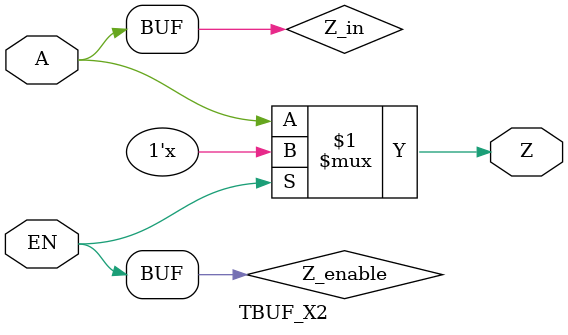
<source format=v>
module TBUF_X2 (A, EN, Z);
  input A;
  input EN;
  output Z;
  bufif0(Z, Z_in, Z_enable);
  buf(Z_enable, EN);
  buf(Z_in, A);
  specify
    (A => Z) = (0.1, 0.1);
    (EN => Z) = (0.1, 0.1);
  endspecify
endmodule
</source>
